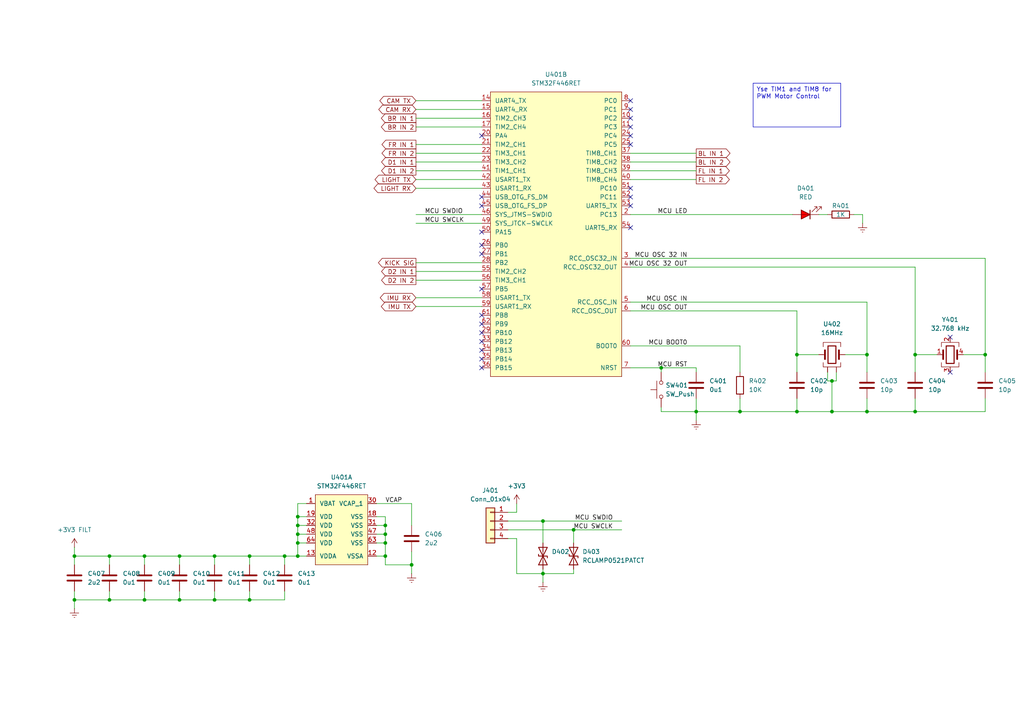
<source format=kicad_sch>
(kicad_sch (version 20231120) (generator "eeschema") (generator_version "8.0")
  (paper "A4")
  (lib_symbols
    (symbol "Connector_Generic:Conn_01x04" (pin_names (offset 1.016) hide)
      (property "Reference" "J" (at 0 5.08 0))
      (property "Value" "Conn_01x04" (at 0 -7.62 0))
      (symbol "Conn_01x04_1_1"
        (rectangle (start -1.27 -4.953) (end 0 -5.207) (stroke (width 0.1524)))
        (rectangle (start -1.27 -2.413) (end 0 -2.667) (stroke (width 0.1524)))
        (rectangle (start -1.27 0.127) (end 0 -0.127) (stroke (width 0.1524)))
        (rectangle (start -1.27 2.667) (end 0 2.413) (stroke (width 0.1524)))
        (rectangle (start -1.27 3.81) (end 1.27 -6.35) (stroke (width 0.254)) (fill (type background)))
        (pin passive line (at -5.08 2.54 0) (length 3.81) (name "Pin_1") (number "1"))
        (pin passive line (at -5.08 0 0) (length 3.81) (name "Pin_2") (number "2"))
        (pin passive line (at -5.08 -2.54 0) (length 3.81) (name "Pin_3") (number "3"))
        (pin passive line (at -5.08 -5.08 0) (length 3.81) (name "Pin_4") (number "4"))
      )
    )
    (symbol "Device:C" (pin_numbers hide) (pin_names (offset 0.254))
      (property "Reference" "C" (at 0.635 2.54 0))
      (property "Value" "C" (at 0.635 -2.54 0))
      (symbol "C_0_1"
        (polyline (pts (xy -2.032 -0.762) (xy 2.032 -0.762)) (stroke (width 0.508)))
        (polyline (pts (xy -2.032 0.762) (xy 2.032 0.762)) (stroke (width 0.508)))
      )
      (symbol "C_1_1"
        (pin passive line (at 0 3.81 270) (length 2.794) (name "~") (number "1"))
        (pin passive line (at 0 -3.81 90) (length 2.794) (name "~") (number "2"))
      )
    )
    (symbol "Device:Crystal_GND23" (pin_names (offset 1.016) hide)
      (property "Reference" "Y" (at 3.175 5.08 0))
      (property "Value" "Crystal_GND23" (at 3.175 3.175 0))
      (symbol "Crystal_GND23_0_1"
        (rectangle (start -1.143 2.54) (end 1.143 -2.54) (stroke (width 0.3048)))
        (polyline (pts (xy -2.54 0) (xy -2.032 0)))
        (polyline (pts (xy -2.032 -1.27) (xy -2.032 1.27)) (stroke (width 0.508)))
        (polyline (pts (xy 0 -3.81) (xy 0 -3.556)))
        (polyline (pts (xy 0 3.556) (xy 0 3.81)))
        (polyline (pts (xy 2.032 -1.27) (xy 2.032 1.27)) (stroke (width 0.508)))
        (polyline (pts (xy 2.032 0) (xy 2.54 0)))
        (polyline (pts (xy -2.54 -2.286) (xy -2.54 -3.556) (xy 2.54 -3.556) (xy 2.54 -2.286)))
        (polyline (pts (xy -2.54 2.286) (xy -2.54 3.556) (xy 2.54 3.556) (xy 2.54 2.286)))
      )
      (symbol "Crystal_GND23_1_1"
        (pin passive line (at -3.81 0 0) (length 1.27) (name "1") (number "1"))
        (pin passive line (at 0 5.08 270) (length 1.27) (name "2") (number "2"))
        (pin passive line (at 0 -5.08 90) (length 1.27) (name "3") (number "3"))
        (pin passive line (at 3.81 0 180) (length 1.27) (name "4") (number "4"))
      )
    )
    (symbol "Device:D_TVS" (pin_numbers hide) (pin_names (offset 1.016) hide)
      (property "Reference" "D" (at 0 2.54 0))
      (property "Value" "D_TVS" (at 0 -2.54 0))
      (symbol "D_TVS_0_1"
        (polyline (pts (xy 1.27 0) (xy -1.27 0)))
        (polyline (pts (xy 0.508 1.27) (xy 0 1.27) (xy 0 -1.27) (xy -0.508 -1.27)) (stroke (width 0.254)))
        (polyline (pts (xy -2.54 1.27) (xy -2.54 -1.27) (xy 2.54 1.27) (xy 2.54 -1.27) (xy -2.54 1.27)) (stroke (width 0.254)))
      )
      (symbol "D_TVS_1_1"
        (pin passive line (at -3.81 0 0) (length 2.54) (name "A1") (number "1"))
        (pin passive line (at 3.81 0 180) (length 2.54) (name "A2") (number "2"))
      )
    )
    (symbol "Device:LED" (pin_numbers hide) (pin_names (offset 1.016) hide)
      (property "Reference" "D201" (at 0 -7.62 0))
      (property "Value" "RED" (at 0 -5.08 0))
      (symbol "LED_0_1"
        (polyline (pts (xy -1.27 -1.27) (xy -1.27 1.27)) (stroke (width 0.254)))
        (polyline (pts (xy -1.27 0) (xy 1.27 0)))
        (polyline (pts (xy -3.048 -0.762) (xy -4.572 -2.286) (xy -3.81 -2.286) (xy -4.572 -2.286) (xy -4.572 -1.524)))
        (polyline (pts (xy -1.778 -0.762) (xy -3.302 -2.286) (xy -2.54 -2.286) (xy -3.302 -2.286) (xy -3.302 -1.524)))
      )
      (symbol "LED_1_1"
        (polyline (pts (xy 1.27 -1.27) (xy 1.27 1.27) (xy -1.27 0) (xy 1.27 -1.27)) (stroke (width 0.254)) (fill (type color) (color 255 0 0 1)))
        (pin passive line (at -3.81 0 0) (length 2.54) (name "K") (number "1"))
        (pin passive line (at 3.81 0 180) (length 2.54) (name "A") (number "2"))
      )
    )
    (symbol "Device:R" (pin_numbers hide) (pin_names (offset 0))
      (property "Reference" "R" (at 2.032 0 90))
      (property "Value" "R" (at 0 0 90))
      (symbol "R_0_1"
        (rectangle (start -1.016 -2.54) (end 1.016 2.54) (stroke (width 0.254)))
      )
      (symbol "R_1_1"
        (pin passive line (at 0 3.81 270) (length 1.27) (name "~") (number "1"))
        (pin passive line (at 0 -3.81 90) (length 1.27) (name "~") (number "2"))
      )
    )
    (symbol "STM32F446RE_1" (pin_names (offset 1.27))
      (property "Reference" "U" (at 0 3.302 0))
      (property "Value" "STM32F446RET" (at 0 1.27 0))
      (symbol "STM32F446RE_1_1_1"
        (rectangle (start -7.62 0) (end 7.62 -20.32) (fill (type background)))
        (pin power_in line (at -10.16 -2.54 0) (length 2.54) (name "VBAT") (number "1"))
        (pin power_in line (at 10.16 -17.78 180) (length 2.54) (name "VSSA") (number "12"))
        (pin power_in line (at -10.16 -17.78 0) (length 2.54) (name "VDDA") (number "13"))
        (pin power_in line (at 10.16 -6.35 180) (length 2.54) (name "VSS") (number "18"))
        (pin power_in line (at -10.16 -6.35 0) (length 2.54) (name "VDD") (number "19"))
        (pin power_out line (at 10.16 -2.54 180) (length 2.54) (name "VCAP_1") (number "30"))
        (pin passive line (at 10.16 -8.89 180) (length 2.54) (name "VSS") (number "31"))
        (pin power_in line (at -10.16 -8.89 0) (length 2.54) (name "VDD") (number "32"))
        (pin passive line (at 10.16 -11.43 180) (length 2.54) (name "VSS") (number "47"))
        (pin power_in line (at -10.16 -11.43 0) (length 2.54) (name "VDD") (number "48"))
        (pin passive line (at 10.16 -13.97 180) (length 2.54) (name "VSS") (number "63"))
        (pin power_in line (at -10.16 -13.97 0) (length 2.54) (name "VDD") (number "64"))
      )
      (symbol "STM32F446RE_1_2_1"
        (rectangle (start -19.05 0) (end 19.05 -82.55) (fill (type background)))
        (pin bidirectional line (at 21.59 -7.62 180) (length 2.54) (name "PC2") (number "10"))
        (pin bidirectional line (at 21.59 -10.16 180) (length 2.54) (name "PC3") (number "11"))
        (pin bidirectional line (at -21.59 -2.54 0) (length 2.54) (name "PA0") (number "14") (alternate "TIM2_CH1" bidirectional line) (alternate "UART4_TX" bidirectional line))
        (pin bidirectional line (at -21.59 -5.08 0) (length 2.54) (name "PA1") (number "15") (alternate "TIM2_CH2" bidirectional line) (alternate "UART4_RX" bidirectional line))
        (pin bidirectional line (at -21.59 -7.62 0) (length 2.54) (name "PA2") (number "16") (alternate "TIM2_CH3" bidirectional line))
        (pin bidirectional line (at -21.59 -10.16 0) (length 2.54) (name "PA3") (number "17") (alternate "TIM2_CH4" bidirectional line))
        (pin bidirectional line (at 21.59 -35.56 180) (length 2.54) (name "PC13") (number "2"))
        (pin bidirectional line (at -21.59 -12.7 0) (length 2.54) (name "PA4") (number "20"))
        (pin bidirectional line (at -21.59 -15.24 0) (length 2.54) (name "PA5") (number "21") (alternate "TIM2_CH1" bidirectional line))
        (pin bidirectional line (at -21.59 -17.78 0) (length 2.54) (name "PA6") (number "22") (alternate "TIM3_CH1" bidirectional line))
        (pin bidirectional line (at -21.59 -20.32 0) (length 2.54) (name "PA7") (number "23") (alternate "TIM3_CH2" bidirectional line))
        (pin bidirectional line (at 21.59 -12.7 180) (length 2.54) (name "PC4") (number "24"))
        (pin bidirectional line (at 21.59 -15.24 180) (length 2.54) (name "PC5") (number "25") (alternate "" input line) (alternate "" input line))
        (pin bidirectional line (at -21.59 -44.45 0) (length 2.54) (name "PB0") (number "26"))
        (pin bidirectional line (at -21.59 -46.99 0) (length 2.54) (name "PB1") (number "27"))
        (pin bidirectional line (at -21.59 -49.53 0) (length 2.54) (name "PB2") (number "28") (alternate "TIM2_CH4" bidirectional line))
        (pin bidirectional line (at -21.59 -69.85 0) (length 2.54) (name "PB10") (number "29") (alternate "" input line) (alternate "" input line) (alternate "TIM2_CH3" bidirectional line))
        (pin bidirectional line (at 21.59 -48.26 180) (length 2.54) (name "PC14") (number "3") (alternate "RCC_OSC32_IN" bidirectional line))
        (pin bidirectional line (at -21.59 -72.39 0) (length 2.54) (name "PB12") (number "33"))
        (pin bidirectional line (at -21.59 -74.93 0) (length 2.54) (name "PB13") (number "34"))
        (pin bidirectional line (at -21.59 -77.47 0) (length 2.54) (name "PB14") (number "35"))
        (pin bidirectional line (at -21.59 -80.01 0) (length 2.54) (name "PB15") (number "36"))
        (pin bidirectional line (at 21.59 -17.78 180) (length 2.54) (name "PC6") (number "37") (alternate "" input line) (alternate "TIM3_CH1" bidirectional line) (alternate "TIM8_CH1" bidirectional line))
        (pin bidirectional line (at 21.59 -20.32 180) (length 2.54) (name "PC7") (number "38") (alternate "" input line) (alternate "TIM3_CH2" bidirectional line) (alternate "TIM8_CH2" bidirectional line))
        (pin bidirectional line (at 21.59 -22.86 180) (length 2.54) (name "PC8") (number "39") (alternate "TIM8_CH3" bidirectional line))
        (pin bidirectional line (at 21.59 -50.8 180) (length 2.54) (name "PC15") (number "4") (alternate "RCC_OSC32_OUT" bidirectional line))
        (pin bidirectional line (at 21.59 -25.4 180) (length 2.54) (name "PC9") (number "40") (alternate "" input line) (alternate "TIM8_CH4" bidirectional line))
        (pin bidirectional line (at -21.59 -22.86 0) (length 2.54) (name "PA8") (number "41") (alternate "" input line) (alternate "TIM1_CH1" bidirectional line))
        (pin bidirectional line (at -21.59 -25.4 0) (length 2.54) (name "PA9") (number "42") (alternate "USART1_TX" bidirectional line))
        (pin bidirectional line (at -21.59 -27.94 0) (length 2.54) (name "PA10") (number "43") (alternate "USART1_RX" bidirectional line))
        (pin bidirectional line (at -21.59 -30.48 0) (length 2.54) (name "PA11") (number "44") (alternate "USB_OTG_FS_DM" bidirectional line))
        (pin bidirectional line (at -21.59 -33.02 0) (length 2.54) (name "PA12") (number "45") (alternate "USB_OTG_FS_DP" bidirectional line))
        (pin bidirectional line (at -21.59 -35.56 0) (length 2.54) (name "PA13") (number "46") (alternate "SYS_JTMS-SWDIO" bidirectional line))
        (pin bidirectional line (at -21.59 -38.1 0) (length 2.54) (name "PA14") (number "49") (alternate "SYS_JTCK-SWCLK" bidirectional line))
        (pin bidirectional line (at 21.59 -60.96 180) (length 2.54) (name "PH0") (number "5") (alternate "RCC_OSC_IN" bidirectional line))
        (pin bidirectional line (at -21.59 -40.64 0) (length 2.54) (name "PA15") (number "50") (alternate "TIM2_CH1" bidirectional line))
        (pin bidirectional line (at 21.59 -27.94 180) (length 2.54) (name "PC10") (number "51") (alternate "UART4_TX" bidirectional line))
        (pin bidirectional line (at 21.59 -30.48 180) (length 2.54) (name "PC11") (number "52") (alternate "UART4_RX" bidirectional line))
        (pin bidirectional line (at 21.59 -33.02 180) (length 2.54) (name "PC12") (number "53") (alternate "UART5_TX" bidirectional line))
        (pin bidirectional line (at 21.59 -39.37 180) (length 2.54) (name "PD2") (number "54") (alternate "UART5_RX" bidirectional line))
        (pin bidirectional line (at -21.59 -52.07 0) (length 2.54) (name "PB3") (number "55") (alternate "" input line) (alternate "TIM2_CH2" bidirectional line))
        (pin bidirectional line (at -21.59 -54.61 0) (length 2.54) (name "PB4") (number "56") (alternate "TIM3_CH1" bidirectional line))
        (pin bidirectional line (at -21.59 -57.15 0) (length 2.54) (name "PB5") (number "57") (alternate "TIM3_CH2" bidirectional line))
        (pin bidirectional line (at -21.59 -59.69 0) (length 2.54) (name "PB6") (number "58") (alternate "USART1_TX" bidirectional line))
        (pin bidirectional line (at -21.59 -62.23 0) (length 2.54) (name "PB7") (number "59") (alternate "USART1_RX" bidirectional line))
        (pin bidirectional line (at 21.59 -63.5 180) (length 2.54) (name "PH1") (number "6") (alternate "RCC_OSC_OUT" bidirectional line))
        (pin input line (at 21.59 -73.66 180) (length 2.54) (name "BOOT0") (number "60"))
        (pin bidirectional line (at -21.59 -64.77 0) (length 2.54) (name "PB8") (number "61") (alternate "TIM2_CH1" bidirectional line))
        (pin bidirectional line (at -21.59 -67.31 0) (length 2.54) (name "PB9") (number "62") (alternate "TIM2_CH2" bidirectional line))
        (pin bidirectional line (at 21.59 -80.01 180) (length 2.54) (name "NRST") (number "7"))
        (pin bidirectional line (at 21.59 -2.54 180) (length 2.54) (name "PC0") (number "8"))
        (pin bidirectional line (at 21.59 -5.08 180) (length 2.54) (name "PC1") (number "9"))
      )
    )
    (symbol "Switch:SW_Push" (pin_numbers hide) (pin_names (offset 1.016) hide)
      (property "Reference" "SW" (at 1.27 2.54 0))
      (property "Value" "SW_Push" (at 0 -1.524 0))
      (symbol "SW_Push_0_1"
        (circle (center -2.032 0) (radius 0.508))
        (polyline (pts (xy 0 1.27) (xy 0 3.048)))
        (polyline (pts (xy 2.54 1.27) (xy -2.54 1.27)))
        (circle (center 2.032 0) (radius 0.508))
        (pin passive line (at -5.08 0 0) (length 2.54) (name "1") (number "1"))
        (pin passive line (at 5.08 0 180) (length 2.54) (name "2") (number "2"))
      )
    )
    (symbol "power:+3V3" (power) (pin_numbers hide) (pin_names (offset 0) hide)
      (property "Value" "+3V3" (at 0 3.556 0))
      (symbol "+3V3_0_1"
        (polyline (pts (xy -0.762 1.27) (xy 0 2.54)))
        (polyline (pts (xy 0 0) (xy 0 2.54)))
        (polyline (pts (xy 0 2.54) (xy 0.762 1.27)))
      )
      (symbol "+3V3_1_1"
        (pin power_in line (at 0 0 90) (length 0) (name "~") (number "1"))
      )
    )
    (symbol "power:GNDREF" (power) (pin_numbers hide) (pin_names (offset 0) hide)
      (property "Value" "GNDREF" (at 0 -3.81 0))
      (symbol "GNDREF_0_1"
        (polyline (pts (xy -0.635 -1.905) (xy 0.635 -1.905)))
        (polyline (pts (xy -0.127 -2.54) (xy 0.127 -2.54)))
        (polyline (pts (xy 0 -1.27) (xy 0 0)))
        (polyline (pts (xy 1.27 -1.27) (xy -1.27 -1.27)))
      )
      (symbol "GNDREF_1_1"
        (pin power_in line (at 0 0 270) (length 0) (name "~") (number "1"))
      )
    )
    (symbol "vincent:Crystal_GND" (pin_numbers hide) (pin_names (offset 1.27) hide)
      (property "Reference" "U" (at 0 2.286 0))
      (property "Value" "Crystal_GND" (at 0 0.762 0))
      (symbol "Crystal_GND_0_1"
        (rectangle (start -1.143 -1.27) (end 1.143 -6.35) (stroke (width 0.3048)))
        (polyline (pts (xy -2.54 -3.81) (xy -2.032 -3.81)))
        (polyline (pts (xy -2.032 -5.08) (xy -2.032 -2.54)) (stroke (width 0.508)))
        (polyline (pts (xy -1.27 -7.62) (xy -1.27 -7.366)))
        (polyline (pts (xy 1.27 -7.366) (xy 1.27 -7.62)))
        (polyline (pts (xy 2.032 -5.08) (xy 2.032 -2.54)) (stroke (width 0.508)))
        (polyline (pts (xy 2.032 -3.81) (xy 2.54 -3.81)))
        (polyline (pts (xy -2.54 -6.096) (xy -2.54 -7.366) (xy 2.54 -7.366) (xy 2.54 -6.096)))
        (polyline (pts (xy -2.54 -1.524) (xy -2.54 -0.254) (xy 2.54 -0.254) (xy 2.54 -1.524)))
      )
      (symbol "Crystal_GND_1_1"
        (pin passive line (at -3.81 -3.81 0) (length 1.27) (name "1") (number "1"))
        (pin passive line (at -1.27 -8.89 90) (length 1.27) (name "2") (number "2"))
        (pin passive line (at 3.81 -3.81 180) (length 1.27) (name "3") (number "3"))
        (pin passive line (at 1.27 -8.89 90) (length 1.27) (name "4") (number "4"))
      )
    )
    (symbol "vincent:STM32F446RE" (pin_names (offset 1.27))
      (property "Reference" "U" (at 0 3.302 0))
      (property "Value" "STM32F446RET" (at 0 1.27 0))
      (symbol "STM32F446RE_1_1"
        (rectangle (start -7.62 0) (end 7.62 -20.32) (fill (type background)))
        (pin power_in line (at -10.16 -2.54 0) (length 2.54) (name "VBAT") (number "1"))
        (pin power_in line (at 10.16 -17.78 180) (length 2.54) (name "VSSA") (number "12"))
        (pin power_in line (at -10.16 -17.78 0) (length 2.54) (name "VDDA") (number "13"))
        (pin power_in line (at 10.16 -6.35 180) (length 2.54) (name "VSS") (number "18"))
        (pin power_in line (at -10.16 -6.35 0) (length 2.54) (name "VDD") (number "19"))
        (pin power_out line (at 10.16 -2.54 180) (length 2.54) (name "VCAP_1") (number "30"))
        (pin passive line (at 10.16 -8.89 180) (length 2.54) (name "VSS") (number "31"))
        (pin power_in line (at -10.16 -8.89 0) (length 2.54) (name "VDD") (number "32"))
        (pin passive line (at 10.16 -11.43 180) (length 2.54) (name "VSS") (number "47"))
        (pin power_in line (at -10.16 -11.43 0) (length 2.54) (name "VDD") (number "48"))
        (pin passive line (at 10.16 -13.97 180) (length 2.54) (name "VSS") (number "63"))
        (pin power_in line (at -10.16 -13.97 0) (length 2.54) (name "VDD") (number "64"))
      )
      (symbol "STM32F446RE_2_1"
        (rectangle (start -12.7 0) (end 12.7 -82.55) (fill (type background)))
        (pin bidirectional line (at 15.24 -7.62 180) (length 2.54) (name "PC2") (number "10"))
        (pin bidirectional line (at 15.24 -10.16 180) (length 2.54) (name "PC3") (number "11"))
        (pin bidirectional line (at -15.24 -2.54 0) (length 2.54) (name "PA0") (number "14") (alternate "TIM2_CH1" bidirectional line) (alternate "UART4_TX" bidirectional line))
        (pin bidirectional line (at -15.24 -5.08 0) (length 2.54) (name "PA1") (number "15") (alternate "TIM2_CH2" bidirectional line) (alternate "UART4_RX" bidirectional line))
        (pin bidirectional line (at -15.24 -7.62 0) (length 2.54) (name "PA2") (number "16") (alternate "TIM2_CH3" bidirectional line))
        (pin bidirectional line (at -15.24 -10.16 0) (length 2.54) (name "PA3") (number "17") (alternate "TIM2_CH4" bidirectional line))
        (pin bidirectional line (at 15.24 -35.56 180) (length 2.54) (name "PC13") (number "2"))
        (pin bidirectional line (at -15.24 -12.7 0) (length 2.54) (name "PA4") (number "20"))
        (pin bidirectional line (at -15.24 -15.24 0) (length 2.54) (name "PA5") (number "21") (alternate "TIM2_CH1" bidirectional line))
        (pin bidirectional line (at -15.24 -17.78 0) (length 2.54) (name "PA6") (number "22") (alternate "TIM3_CH1" bidirectional line))
        (pin bidirectional line (at -15.24 -20.32 0) (length 2.54) (name "PA7") (number "23") (alternate "TIM3_CH2" bidirectional line))
        (pin bidirectional line (at 15.24 -12.7 180) (length 2.54) (name "PC4") (number "24"))
        (pin bidirectional line (at 15.24 -15.24 180) (length 2.54) (name "PC5") (number "25"))
        (pin bidirectional line (at -15.24 -44.45 0) (length 2.54) (name "PB0") (number "26"))
        (pin bidirectional line (at -15.24 -46.99 0) (length 2.54) (name "PB1") (number "27"))
        (pin bidirectional line (at -15.24 -49.53 0) (length 2.54) (name "PB2") (number "28") (alternate "TIM2_CH4" bidirectional line))
        (pin bidirectional line (at -15.24 -69.85 0) (length 2.54) (name "PB10") (number "29") (alternate "TIM2_CH3" bidirectional line))
        (pin bidirectional line (at 15.24 -72.39 180) (length 2.54) (name "PC14") (number "3") (alternate "RCC_OSC32_IN" bidirectional line))
        (pin bidirectional line (at -15.24 -72.39 0) (length 2.54) (name "PB12") (number "33"))
        (pin bidirectional line (at -15.24 -74.93 0) (length 2.54) (name "PB13") (number "34"))
        (pin bidirectional line (at -15.24 -77.47 0) (length 2.54) (name "PB14") (number "35"))
        (pin bidirectional line (at -15.24 -80.01 0) (length 2.54) (name "PB15") (number "36"))
        (pin bidirectional line (at 15.24 -17.78 180) (length 2.54) (name "PC6") (number "37") (alternate "TIM3_CH1" bidirectional line) (alternate "TIM8_CH1" bidirectional line))
        (pin bidirectional line (at 15.24 -20.32 180) (length 2.54) (name "PC7") (number "38") (alternate "TIM3_CH2" bidirectional line) (alternate "TIM8_CH2" bidirectional line))
        (pin bidirectional line (at 15.24 -22.86 180) (length 2.54) (name "PC8") (number "39") (alternate "TIM8_CH3" bidirectional line))
        (pin bidirectional line (at 15.24 -69.85 180) (length 2.54) (name "PC15") (number "4") (alternate "RCC_OSC32_OUT" bidirectional line))
        (pin bidirectional line (at 15.24 -25.4 180) (length 2.54) (name "PC9") (number "40") (alternate "TIM8_CH4" bidirectional line))
        (pin bidirectional line (at -15.24 -22.86 0) (length 2.54) (name "PA8") (number "41") (alternate "TIM1_CH1" bidirectional line))
        (pin bidirectional line (at -15.24 -25.4 0) (length 2.54) (name "PA9") (number "42") (alternate "USART1_TX" bidirectional line))
        (pin bidirectional line (at -15.24 -27.94 0) (length 2.54) (name "PA10") (number "43") (alternate "USART1_RX" bidirectional line))
        (pin bidirectional line (at -15.24 -30.48 0) (length 2.54) (name "PA11") (number "44") (alternate "USB_OTG_FS_DM" bidirectional line))
        (pin bidirectional line (at -15.24 -33.02 0) (length 2.54) (name "PA12") (number "45") (alternate "USB_OTG_FS_DP" bidirectional line))
        (pin bidirectional line (at -15.24 -35.56 0) (length 2.54) (name "PA13") (number "46") (alternate "SYS_JTMS-SWDIO" bidirectional line))
        (pin bidirectional line (at -15.24 -38.1 0) (length 2.54) (name "PA14") (number "49") (alternate "SYS_JTCK-SWCLK" bidirectional line))
        (pin bidirectional line (at 15.24 -66.04 180) (length 2.54) (name "PH0") (number "5") (alternate "RCC_OSC_IN" bidirectional line))
        (pin bidirectional line (at -15.24 -40.64 0) (length 2.54) (name "PA15") (number "50") (alternate "TIM2_CH1" bidirectional line))
        (pin bidirectional line (at 15.24 -27.94 180) (length 2.54) (name "PC10") (number "51") (alternate "UART4_TX" bidirectional line))
        (pin bidirectional line (at 15.24 -30.48 180) (length 2.54) (name "PC11") (number "52") (alternate "UART4_RX" bidirectional line))
        (pin bidirectional line (at 15.24 -33.02 180) (length 2.54) (name "PC12") (number "53") (alternate "UART5_TX" bidirectional line))
        (pin bidirectional line (at 15.24 -39.37 180) (length 2.54) (name "PD2") (number "54") (alternate "UART5_RX" bidirectional line))
        (pin bidirectional line (at -15.24 -52.07 0) (length 2.54) (name "PB3") (number "55") (alternate "TIM2_CH2" bidirectional line))
        (pin bidirectional line (at -15.24 -54.61 0) (length 2.54) (name "PB4") (number "56") (alternate "TIM3_CH1" bidirectional line))
        (pin bidirectional line (at -15.24 -57.15 0) (length 2.54) (name "PB5") (number "57") (alternate "TIM3_CH2" bidirectional line))
        (pin bidirectional line (at -15.24 -59.69 0) (length 2.54) (name "PB6") (number "58") (alternate "USART1_TX" bidirectional line))
        (pin bidirectional line (at -15.24 -62.23 0) (length 2.54) (name "PB7") (number "59") (alternate "USART1_RX" bidirectional line))
        (pin bidirectional line (at 15.24 -63.5 180) (length 2.54) (name "PH1") (number "6") (alternate "RCC_OSC_OUT" bidirectional line))
        (pin input line (at 15.24 -76.2 180) (length 2.54) (name "BOOT0") (number "60"))
        (pin bidirectional line (at -15.24 -64.77 0) (length 2.54) (name "PB8") (number "61") (alternate "TIM2_CH1" bidirectional line))
        (pin bidirectional line (at -15.24 -67.31 0) (length 2.54) (name "PB9") (number "62") (alternate "TIM2_CH2" bidirectional line))
        (pin input line (at 15.24 -80.01 180) (length 2.54) (name "NRST") (number "7"))
        (pin bidirectional line (at 15.24 -2.54 180) (length 2.54) (name "PC0") (number "8"))
        (pin bidirectional line (at 15.24 -5.08 180) (length 2.54) (name "PC1") (number "9"))
      )
    )
  )
  (junction (at 231.14 102.87))
  (junction (at 86.36 157.48))
  (junction (at 285.75 102.87))
  (junction (at 86.36 161.29))
  (junction (at 119.38 163.83))
  (junction (at 72.39 161.29))
  (junction (at 52.07 173.99))
  (junction (at 157.48 166.37))
  (junction (at 241.3 110.49))
  (junction (at 157.48 151.13))
  (junction (at 111.76 161.29))
  (junction (at 265.43 102.87))
  (junction (at 201.93 119.38))
  (junction (at 21.59 173.99))
  (junction (at 265.43 119.38))
  (junction (at 214.63 119.38))
  (junction (at 111.76 157.48))
  (junction (at 111.76 152.4))
  (junction (at 191.77 106.68))
  (junction (at 62.23 173.99))
  (junction (at 31.75 161.29))
  (junction (at 86.36 149.86))
  (junction (at 31.75 173.99))
  (junction (at 41.91 161.29))
  (junction (at 251.46 119.38))
  (junction (at 86.36 154.94))
  (junction (at 62.23 161.29))
  (junction (at 82.55 161.29))
  (junction (at 251.46 102.87))
  (junction (at 72.39 173.99))
  (junction (at 111.76 154.94))
  (junction (at 241.3 119.38))
  (junction (at 21.59 161.29))
  (junction (at 52.07 161.29))
  (junction (at 86.36 152.4))
  (junction (at 166.37 153.67))
  (junction (at 231.14 119.38))
  (junction (at 41.91 173.99))
  (no_connect (at 182.88 39.37))
  (no_connect (at 139.7 106.68))
  (no_connect (at 182.88 57.15))
  (no_connect (at 139.7 71.12))
  (no_connect (at 139.7 91.44))
  (no_connect (at 139.7 96.52))
  (no_connect (at 182.88 59.69))
  (no_connect (at 139.7 39.37))
  (no_connect (at 182.88 29.21))
  (no_connect (at 139.7 101.6))
  (no_connect (at 139.7 83.82))
  (no_connect (at 182.88 31.75))
  (no_connect (at 139.7 57.15))
  (no_connect (at 139.7 67.31))
  (no_connect (at 139.7 93.98))
  (no_connect (at 182.88 54.61))
  (no_connect (at 275.59 107.95))
  (no_connect (at 139.7 73.66))
  (no_connect (at 139.7 104.14))
  (no_connect (at 182.88 36.83))
  (no_connect (at 182.88 34.29))
  (no_connect (at 275.59 97.79))
  (no_connect (at 182.88 66.04))
  (no_connect (at 182.88 41.91))
  (no_connect (at 139.7 99.06))
  (no_connect (at 139.7 59.69))
  (wire (pts (xy 182.88 46.99) (xy 201.93 46.99)))
  (wire (pts (xy 21.59 161.29) (xy 21.59 163.83)))
  (wire (pts (xy 182.88 106.68) (xy 191.77 106.68)))
  (wire (pts (xy 231.14 90.17) (xy 231.14 102.87)))
  (wire (pts (xy 247.65 62.23) (xy 250.19 62.23)))
  (wire (pts (xy 149.86 156.21) (xy 149.86 166.37)))
  (wire (pts (xy 62.23 173.99) (xy 72.39 173.99)))
  (wire (pts (xy 157.48 166.37) (xy 157.48 168.91)))
  (wire (pts (xy 120.65 31.75) (xy 139.7 31.75)))
  (wire (pts (xy 182.88 52.07) (xy 201.93 52.07)))
  (wire (pts (xy 41.91 171.45) (xy 41.91 173.99)))
  (wire (pts (xy 86.36 154.94) (xy 88.9 154.94)))
  (wire (pts (xy 182.88 100.33) (xy 214.63 100.33)))
  (wire (pts (xy 191.77 106.68) (xy 191.77 107.95)))
  (wire (pts (xy 86.36 157.48) (xy 86.36 161.29)))
  (wire (pts (xy 109.22 157.48) (xy 111.76 157.48)))
  (wire (pts (xy 251.46 119.38) (xy 265.43 119.38)))
  (wire (pts (xy 241.3 110.49) (xy 241.3 119.38)))
  (wire (pts (xy 41.91 161.29) (xy 41.91 163.83)))
  (wire (pts (xy 251.46 102.87) (xy 251.46 107.95)))
  (wire (pts (xy 62.23 161.29) (xy 62.23 163.83)))
  (wire (pts (xy 182.88 87.63) (xy 251.46 87.63)))
  (wire (pts (xy 86.36 149.86) (xy 86.36 152.4)))
  (wire (pts (xy 109.22 152.4) (xy 111.76 152.4)))
  (wire (pts (xy 21.59 171.45) (xy 21.59 173.99)))
  (wire (pts (xy 214.63 100.33) (xy 214.63 107.95)))
  (wire (pts (xy 241.3 110.49) (xy 242.57 110.49)))
  (wire (pts (xy 21.59 161.29) (xy 31.75 161.29)))
  (wire (pts (xy 147.32 156.21) (xy 149.86 156.21)))
  (wire (pts (xy 111.76 152.4) (xy 111.76 154.94)))
  (wire (pts (xy 82.55 161.29) (xy 82.55 163.83)))
  (wire (pts (xy 237.49 62.23) (xy 240.03 62.23)))
  (wire (pts (xy 62.23 161.29) (xy 72.39 161.29)))
  (wire (pts (xy 120.65 81.28) (xy 139.7 81.28)))
  (wire (pts (xy 157.48 165.1) (xy 157.48 166.37)))
  (wire (pts (xy 279.4 102.87) (xy 285.75 102.87)))
  (wire (pts (xy 88.9 146.05) (xy 86.36 146.05)))
  (wire (pts (xy 111.76 161.29) (xy 111.76 163.83)))
  (wire (pts (xy 109.22 154.94) (xy 111.76 154.94)))
  (wire (pts (xy 201.93 106.68) (xy 201.93 107.95)))
  (wire (pts (xy 231.14 102.87) (xy 237.49 102.87)))
  (wire (pts (xy 149.86 146.05) (xy 149.86 148.59)))
  (wire (pts (xy 120.65 36.83) (xy 139.7 36.83)))
  (wire (pts (xy 120.65 52.07) (xy 139.7 52.07)))
  (wire (pts (xy 120.65 44.45) (xy 139.7 44.45)))
  (wire (pts (xy 41.91 173.99) (xy 52.07 173.99)))
  (wire (pts (xy 31.75 161.29) (xy 41.91 161.29)))
  (wire (pts (xy 109.22 161.29) (xy 111.76 161.29)))
  (wire (pts (xy 201.93 119.38) (xy 214.63 119.38)))
  (wire (pts (xy 31.75 161.29) (xy 31.75 163.83)))
  (wire (pts (xy 265.43 77.47) (xy 182.88 77.47)))
  (wire (pts (xy 120.65 86.36) (xy 139.7 86.36)))
  (wire (pts (xy 86.36 149.86) (xy 88.9 149.86)))
  (wire (pts (xy 82.55 171.45) (xy 82.55 173.99)))
  (wire (pts (xy 21.59 173.99) (xy 21.59 176.53)))
  (wire (pts (xy 52.07 173.99) (xy 62.23 173.99)))
  (wire (pts (xy 147.32 148.59) (xy 149.86 148.59)))
  (wire (pts (xy 157.48 151.13) (xy 157.48 157.48)))
  (wire (pts (xy 139.7 62.23) (xy 120.65 62.23)))
  (wire (pts (xy 52.07 161.29) (xy 62.23 161.29)))
  (wire (pts (xy 111.76 154.94) (xy 111.76 157.48)))
  (wire (pts (xy 285.75 102.87) (xy 285.75 107.95)))
  (wire (pts (xy 214.63 115.57) (xy 214.63 119.38)))
  (wire (pts (xy 82.55 161.29) (xy 86.36 161.29)))
  (wire (pts (xy 201.93 115.57) (xy 201.93 119.38)))
  (wire (pts (xy 285.75 115.57) (xy 285.75 119.38)))
  (wire (pts (xy 240.03 107.95) (xy 240.03 110.49)))
  (wire (pts (xy 250.19 62.23) (xy 250.19 64.77)))
  (wire (pts (xy 120.65 76.2) (xy 139.7 76.2)))
  (wire (pts (xy 111.76 163.83) (xy 119.38 163.83)))
  (wire (pts (xy 214.63 119.38) (xy 231.14 119.38)))
  (wire (pts (xy 41.91 161.29) (xy 52.07 161.29)))
  (wire (pts (xy 251.46 87.63) (xy 251.46 102.87)))
  (wire (pts (xy 21.59 173.99) (xy 31.75 173.99)))
  (wire (pts (xy 111.76 157.48) (xy 111.76 161.29)))
  (wire (pts (xy 265.43 77.47) (xy 265.43 102.87)))
  (wire (pts (xy 166.37 153.67) (xy 180.34 153.67)))
  (wire (pts (xy 119.38 163.83) (xy 119.38 166.37)))
  (wire (pts (xy 21.59 158.75) (xy 21.59 161.29)))
  (wire (pts (xy 182.88 90.17) (xy 231.14 90.17)))
  (wire (pts (xy 240.03 110.49) (xy 241.3 110.49)))
  (wire (pts (xy 52.07 171.45) (xy 52.07 173.99)))
  (wire (pts (xy 191.77 118.11) (xy 191.77 119.38)))
  (wire (pts (xy 157.48 151.13) (xy 180.34 151.13)))
  (wire (pts (xy 120.65 41.91) (xy 139.7 41.91)))
  (wire (pts (xy 72.39 171.45) (xy 72.39 173.99)))
  (wire (pts (xy 182.88 49.53) (xy 201.93 49.53)))
  (wire (pts (xy 86.36 146.05) (xy 86.36 149.86)))
  (wire (pts (xy 265.43 115.57) (xy 265.43 119.38)))
  (wire (pts (xy 120.65 88.9) (xy 139.7 88.9)))
  (wire (pts (xy 231.14 119.38) (xy 241.3 119.38)))
  (wire (pts (xy 109.22 146.05) (xy 119.38 146.05)))
  (wire (pts (xy 166.37 166.37) (xy 166.37 165.1)))
  (wire (pts (xy 119.38 160.02) (xy 119.38 163.83)))
  (wire (pts (xy 72.39 161.29) (xy 72.39 163.83)))
  (wire (pts (xy 111.76 149.86) (xy 111.76 152.4)))
  (wire (pts (xy 242.57 110.49) (xy 242.57 107.95)))
  (wire (pts (xy 120.65 49.53) (xy 139.7 49.53)))
  (wire (pts (xy 119.38 146.05) (xy 119.38 152.4)))
  (wire (pts (xy 245.11 102.87) (xy 251.46 102.87)))
  (wire (pts (xy 120.65 29.21) (xy 139.7 29.21)))
  (wire (pts (xy 241.3 119.38) (xy 251.46 119.38)))
  (wire (pts (xy 231.14 102.87) (xy 231.14 107.95)))
  (wire (pts (xy 109.22 149.86) (xy 111.76 149.86)))
  (wire (pts (xy 157.48 166.37) (xy 166.37 166.37)))
  (wire (pts (xy 285.75 74.93) (xy 182.88 74.93)))
  (wire (pts (xy 86.36 157.48) (xy 88.9 157.48)))
  (wire (pts (xy 120.65 78.74) (xy 139.7 78.74)))
  (wire (pts (xy 139.7 46.99) (xy 120.65 46.99)))
  (wire (pts (xy 62.23 171.45) (xy 62.23 173.99)))
  (wire (pts (xy 182.88 44.45) (xy 201.93 44.45)))
  (wire (pts (xy 149.86 166.37) (xy 157.48 166.37)))
  (wire (pts (xy 191.77 119.38) (xy 201.93 119.38)))
  (wire (pts (xy 265.43 102.87) (xy 265.43 107.95)))
  (wire (pts (xy 139.7 64.77) (xy 120.65 64.77)))
  (wire (pts (xy 120.65 34.29) (xy 139.7 34.29)))
  (wire (pts (xy 265.43 102.87) (xy 271.78 102.87)))
  (wire (pts (xy 120.65 54.61) (xy 139.7 54.61)))
  (wire (pts (xy 231.14 115.57) (xy 231.14 119.38)))
  (wire (pts (xy 31.75 173.99) (xy 41.91 173.99)))
  (wire (pts (xy 72.39 173.99) (xy 82.55 173.99)))
  (wire (pts (xy 265.43 119.38) (xy 285.75 119.38)))
  (wire (pts (xy 251.46 115.57) (xy 251.46 119.38)))
  (wire (pts (xy 52.07 161.29) (xy 52.07 163.83)))
  (wire (pts (xy 285.75 102.87) (xy 285.75 74.93)))
  (wire (pts (xy 147.32 153.67) (xy 166.37 153.67)))
  (wire (pts (xy 86.36 152.4) (xy 88.9 152.4)))
  (wire (pts (xy 86.36 161.29) (xy 88.9 161.29)))
  (wire (pts (xy 182.88 62.23) (xy 229.87 62.23)))
  (wire (pts (xy 86.36 154.94) (xy 86.36 157.48)))
  (wire (pts (xy 72.39 161.29) (xy 82.55 161.29)))
  (wire (pts (xy 86.36 152.4) (xy 86.36 154.94)))
  (wire (pts (xy 31.75 171.45) (xy 31.75 173.99)))
  (wire (pts (xy 191.77 106.68) (xy 201.93 106.68)))
  (wire (pts (xy 147.32 151.13) (xy 157.48 151.13)))
  (wire (pts (xy 201.93 119.38) (xy 201.93 121.92)))
  (wire (pts (xy 166.37 153.67) (xy 166.37 157.48)))
  (text_box "Yse TIM1 and TIM8 for PWM Motor Control" (at 218.44 24.13 0) (size 25.4 12.7) (effects (font (size 1.27 1.27)) (justify left top)))
  (label "MCU RST" (at 199.39 106.68 180))
  (label "VCAP" (at 111.76 146.05 0))
  (label "MCU OSC IN" (at 199.39 87.63 180))
  (label "MCU SWCLK" (at 177.8 153.67 180))
  (label "MCU OSC 32 OUT" (at 199.39 77.47 180))
  (label "MCU LED" (at 199.39 62.23 180))
  (label "MCU OSC 32 IN" (at 199.39 74.93 180))
  (label "MCU SWDIO" (at 123.19 62.23 0))
  (label "MCU OSC OUT" (at 199.39 90.17 180))
  (label "MCU SWCLK" (at 123.19 64.77 0))
  (label "MCU SWDIO" (at 177.8 151.13 180))
  (label "MCU BOOT0" (at 199.39 100.33 180))
  (global_label "IMU TX" (shape bidirectional) (at 120.65 88.9 180) (property "Intersheetrefs" "${INTERSHEET_REFS}" (effects (hide yes))))
  (global_label "D2 IN 2" (shape output) (at 120.65 81.28 180) (property "Intersheetrefs" "${INTERSHEET_REFS}" (effects (hide yes))))
  (global_label "FR IN 2" (shape output) (at 120.65 44.45 180) (property "Intersheetrefs" "${INTERSHEET_REFS}" (effects (hide yes))))
  (global_label "LIGHT RX" (shape bidirectional) (at 120.65 54.61 180) (property "Intersheetrefs" "${INTERSHEET_REFS}" (effects (hide yes))))
  (global_label "IMU RX" (shape bidirectional) (at 120.65 86.36 180) (property "Intersheetrefs" "${INTERSHEET_REFS}" (effects (hide yes))))
  (global_label "BR IN 2" (shape output) (at 120.65 36.83 180) (property "Intersheetrefs" "${INTERSHEET_REFS}" (effects (hide yes))))
  (global_label "FL IN 2" (shape output) (at 201.93 52.07 0) (property "Intersheetrefs" "${INTERSHEET_REFS}" (effects (hide yes))))
  (global_label "BL IN 2" (shape output) (at 201.93 46.99 0) (property "Intersheetrefs" "${INTERSHEET_REFS}" (effects (hide yes))))
  (global_label "BR IN 1" (shape output) (at 120.65 34.29 180) (property "Intersheetrefs" "${INTERSHEET_REFS}" (effects (hide yes))))
  (global_label "BL IN 1" (shape output) (at 201.93 44.45 0) (property "Intersheetrefs" "${INTERSHEET_REFS}" (effects (hide yes))))
  (global_label "CAM TX" (shape bidirectional) (at 120.65 29.21 180) (property "Intersheetrefs" "${INTERSHEET_REFS}" (effects (hide yes))))
  (global_label "FR IN 1" (shape output) (at 120.65 41.91 180) (property "Intersheetrefs" "${INTERSHEET_REFS}" (effects (hide yes))))
  (global_label "CAM RX" (shape bidirectional) (at 120.65 31.75 180) (property "Intersheetrefs" "${INTERSHEET_REFS}" (effects (hide yes))))
  (global_label "D2 IN 1" (shape output) (at 120.65 78.74 180) (property "Intersheetrefs" "${INTERSHEET_REFS}" (effects (hide yes))))
  (global_label "D1 IN 1" (shape output) (at 120.65 46.99 180) (property "Intersheetrefs" "${INTERSHEET_REFS}" (effects (hide yes))))
  (global_label "KICK SIG" (shape output) (at 120.65 76.2 180) (property "Intersheetrefs" "${INTERSHEET_REFS}" (effects (hide yes))))
  (global_label "LIGHT TX" (shape bidirectional) (at 120.65 52.07 180) (property "Intersheetrefs" "${INTERSHEET_REFS}" (effects (hide yes))))
  (global_label "FL IN 1" (shape output) (at 201.93 49.53 0) (property "Intersheetrefs" "${INTERSHEET_REFS}" (effects (hide yes))))
  (global_label "D1 IN 2" (shape output) (at 120.65 49.53 180) (property "Intersheetrefs" "${INTERSHEET_REFS}" (effects (hide yes))))
  (symbol (lib_id "power:GNDREF") (at 21.59 176.53 0) (unit 1)
    (property "Reference" "#PWR0407" (effects (hide yes)))
    (property "Value" "GNDREF" (effects (hide yes)))
    (property "Description" "Power symbol creates a global label with name \"GNDREF\" , reference supply ground" (effects (hide yes)))
  )
  (symbol (lib_id "vincent:STM32F446RE") (at 99.06 143.51 0) (unit 1)
    (property "Reference" "U401" (at 99.06 138.43 0))
    (property "Value" "STM32F446RET" (at 99.06 140.97 0))
    (property "Footprint" "Package_QFP:LQFP-64_10x10mm_P0.5mm" (effects (hide yes)))
  )
  (symbol (lib_id "Device:Crystal_GND23") (at 275.59 102.87 0) (unit 1)
    (property "Reference" "Y401" (at 275.59 92.71 0))
    (property "Value" "32.768 kHz" (at 275.59 95.25 0))
    (property "Footprint" "Library:830003000" (effects (hide yes)))
    (property "Datasheet" "https://www.we-online.com/components/products/datasheet/830003000.pdf" (effects (hide yes)))
    (property "Description" "Four pin crystal, GND on pins 2 and 3" (effects (hide yes)))
  )
  (symbol (lib_id "power:GNDREF") (at 119.38 166.37 0) (unit 1)
    (property "Reference" "#PWR0405" (effects (hide yes)))
    (property "Value" "GNDREF" (effects (hide yes)))
    (property "Description" "Power symbol creates a global label with name \"GNDREF\" , reference supply ground" (effects (hide yes)))
  )
  (symbol (lib_id "Device:C") (at 82.55 167.64 0) (unit 1)
    (property "Reference" "C413" (at 86.36 166.3699 0) (effects (justify left)))
    (property "Value" "0u1" (at 86.36 168.9099 0) (effects (justify left)))
    (property "Footprint" "Library:cap0603" (effects (hide yes)))
    (property "Description" "Unpolarized capacitor" (effects (hide yes)))
  )
  (symbol (lib_id "Device:C") (at 62.23 167.64 0) (unit 1)
    (property "Reference" "C411" (at 66.04 166.3699 0) (effects (justify left)))
    (property "Value" "0u1" (at 66.04 168.9099 0) (effects (justify left)))
    (property "Footprint" "Library:cap0603" (effects (hide yes)))
    (property "Description" "Unpolarized capacitor" (effects (hide yes)))
  )
  (symbol (lib_id "Connector_Generic:Conn_01x04") (at 142.24 151.13 0) (mirror y) (unit 1)
    (property "Reference" "J401" (at 142.24 142.24 0))
    (property "Value" "Conn_01x04" (at 142.24 144.78 0))
    (property "Footprint" "Connector_JST:JST_XH_B4B-XH-A_1x04_P2.50mm_Vertical" (effects (hide yes)))
    (property "Description" "Generic connector, single row, 01x04, script generated (kicad-library-utils/schlib/autogen/connector/)" (effects (hide yes)))
  )
  (symbol (lib_id "Device:C") (at 285.75 111.76 0) (unit 1)
    (property "Reference" "C405" (at 289.56 110.4899 0) (effects (justify left)))
    (property "Value" "10p" (at 289.56 113.0299 0) (effects (justify left)))
    (property "Footprint" "Library:cap0603" (effects (hide yes)))
    (property "Description" "Unpolarized capacitor" (effects (hide yes)))
  )
  (symbol (lib_id "Device:C") (at 265.43 111.76 0) (unit 1)
    (property "Reference" "C404" (at 269.24 110.4899 0) (effects (justify left)))
    (property "Value" "10p" (at 269.24 113.0299 0) (effects (justify left)))
    (property "Footprint" "Library:cap0603" (effects (hide yes)))
    (property "Description" "Unpolarized capacitor" (effects (hide yes)))
  )
  (symbol (lib_id "power:GNDREF") (at 250.19 64.77 0) (unit 1)
    (property "Reference" "#PWR0401" (effects (hide yes)))
    (property "Value" "GNDREF" (effects (hide yes)))
    (property "Description" "Power symbol creates a global label with name \"GNDREF\" , reference supply ground" (effects (hide yes)))
  )
  (symbol (lib_id "Device:R") (at 243.84 62.23 90) (unit 1)
    (property "Reference" "R401" (at 243.84 59.69 90))
    (property "Value" "1K" (at 243.84 62.23 90))
    (property "Footprint" "Library:res0603" (effects (hide yes)))
    (property "Description" "Resistor" (effects (hide yes)))
  )
  (symbol (lib_id "Device:C") (at 231.14 111.76 0) (unit 1)
    (property "Reference" "C402" (at 234.95 110.4899 0) (effects (justify left)))
    (property "Value" "10p" (at 234.95 113.0299 0) (effects (justify left)))
    (property "Footprint" "Library:cap0603" (effects (hide yes)))
    (property "Description" "Unpolarized capacitor" (effects (hide yes)))
  )
  (symbol (lib_id "Device:C") (at 72.39 167.64 0) (unit 1)
    (property "Reference" "C412" (at 76.2 166.3699 0) (effects (justify left)))
    (property "Value" "0u1" (at 76.2 168.9099 0) (effects (justify left)))
    (property "Footprint" "Library:cap0603" (effects (hide yes)))
    (property "Description" "Unpolarized capacitor" (effects (hide yes)))
  )
  (symbol (lib_id "Device:C") (at 41.91 167.64 0) (unit 1)
    (property "Reference" "C409" (at 45.72 166.3699 0) (effects (justify left)))
    (property "Value" "0u1" (at 45.72 168.9099 0) (effects (justify left)))
    (property "Footprint" "Library:cap0603" (effects (hide yes)))
    (property "Description" "Unpolarized capacitor" (effects (hide yes)))
  )
  (symbol (lib_id "Device:C") (at 52.07 167.64 0) (unit 1)
    (property "Reference" "C410" (at 55.88 166.3699 0) (effects (justify left)))
    (property "Value" "0u1" (at 55.88 168.9099 0) (effects (justify left)))
    (property "Footprint" "Library:cap0603" (effects (hide yes)))
    (property "Description" "Unpolarized capacitor" (effects (hide yes)))
  )
  (symbol (lib_id "Device:R") (at 214.63 111.76 0) (unit 1)
    (property "Reference" "R402" (at 217.17 110.4899 0) (effects (justify left)))
    (property "Value" "10K" (at 217.17 113.0299 0) (effects (justify left)))
    (property "Footprint" "Library:res0603" (effects (hide yes)))
    (property "Description" "Resistor" (effects (hide yes)))
  )
  (symbol (lib_id "Device:LED") (at 233.68 62.23 180) (unit 1)
    (property "Reference" "D401" (at 233.68 54.61 0))
    (property "Value" "RED" (at 233.68 57.15 0))
    (property "Footprint" "Library:led0603" (effects (hide yes)))
    (property "Description" "Light emitting diode" (effects (hide yes)))
  )
  (symbol (lib_id "Switch:SW_Push") (at 191.77 113.03 90) (unit 1)
    (property "Reference" "SW401" (at 193.04 111.7599 90) (effects (justify right)))
    (property "Value" "SW_Push" (at 193.04 114.2999 90) (effects (justify right)))
    (property "Footprint" "Library:SW_PUSH_SPST" (effects (hide yes)))
    (property "Description" "Push button switch, generic, two pins" (effects (hide yes)))
  )
  (symbol (lib_id "power:GNDREF") (at 157.48 168.91 0) (unit 1)
    (property "Reference" "#PWR0406" (effects (hide yes)))
    (property "Value" "GNDREF" (effects (hide yes)))
    (property "Description" "Power symbol creates a global label with name \"GNDREF\" , reference supply ground" (effects (hide yes)))
  )
  (symbol (lib_name "STM32F446RE_1") (lib_id "vincent:STM32F446RE") (at 161.29 26.67 0) (unit 2)
    (property "Reference" "U401" (at 161.29 21.59 0))
    (property "Value" "STM32F446RET" (at 161.29 24.13 0))
    (property "Footprint" "Package_QFP:LQFP-64_10x10mm_P0.5mm" (effects (hide yes)))
    (pin "21" (alternate "TIM2_CH1"))
    (pin "22" (alternate "TIM3_CH1"))
    (pin "23" (alternate "TIM3_CH2"))
    (pin "37" (alternate "TIM8_CH1"))
    (pin "38" (alternate "TIM8_CH2"))
    (pin "39" (alternate "TIM8_CH3"))
    (pin "4" (alternate "RCC_OSC32_OUT"))
    (pin "40" (alternate "TIM8_CH4"))
    (pin "41" (alternate "TIM1_CH1"))
    (pin "42" (alternate "USART1_TX"))
    (pin "43" (alternate "USART1_RX"))
    (pin "44" (alternate "USB_OTG_FS_DM"))
    (pin "45" (alternate "USB_OTG_FS_DP"))
    (pin "46" (alternate "SYS_JTMS-SWDIO"))
    (pin "49" (alternate "SYS_JTCK-SWCLK"))
    (pin "5" (alternate "RCC_OSC_IN"))
    (pin "3" (alternate "RCC_OSC32_IN"))
    (pin "25" (alternate "PC5"))
    (pin "29" (alternate "PB10"))
    (pin "53" (alternate "UART5_TX"))
    (pin "54" (alternate "UART5_RX"))
    (pin "55" (alternate "TIM2_CH2"))
    (pin "56" (alternate "TIM3_CH1"))
    (pin "58" (alternate "USART1_TX"))
    (pin "59" (alternate "USART1_RX"))
    (pin "6" (alternate "RCC_OSC_OUT"))
    (pin "16" (alternate "TIM2_CH3"))
    (pin "17" (alternate "TIM2_CH4"))
    (pin "14" (alternate "UART4_TX"))
    (pin "15" (alternate "UART4_RX"))
  )
  (symbol (lib_id "Device:C") (at 119.38 156.21 0) (unit 1)
    (property "Reference" "C406" (at 123.19 154.9399 0) (effects (justify left)))
    (property "Value" "2u2" (at 123.19 157.4799 0) (effects (justify left)))
    (property "Footprint" "Library:cap0603" (effects (hide yes)))
    (property "Description" "Unpolarized capacitor" (effects (hide yes)))
  )
  (symbol (lib_id "Device:C") (at 21.59 167.64 0) (unit 1)
    (property "Reference" "C407" (at 25.4 166.3699 0) (effects (justify left)))
    (property "Value" "2u2" (at 25.4 168.9099 0) (effects (justify left)))
    (property "Footprint" "Library:cap0603" (effects (hide yes)))
    (property "Description" "Unpolarized capacitor" (effects (hide yes)))
  )
  (symbol (lib_id "Device:D_TVS") (at 157.48 161.29 90) (unit 1)
    (property "Reference" "D402" (at 160.02 160.0199 90) (effects (justify right)))
    (property "Value" "RCLAMP0521PATCT" (effects (hide yes)))
    (property "Footprint" "Library:RCLAMP0521PATCT" (effects (hide yes)))
    (property "Description" "Bidirectional transient-voltage-suppression diode" (effects (hide yes)))
  )
  (symbol (lib_id "Device:C") (at 201.93 111.76 0) (unit 1)
    (property "Reference" "C401" (at 205.74 110.4899 0) (effects (justify left)))
    (property "Value" "0u1" (at 205.74 113.0299 0) (effects (justify left)))
    (property "Footprint" "Library:cap0603" (effects (hide yes)))
    (property "Description" "Unpolarized capacitor" (effects (hide yes)))
  )
  (symbol (lib_id "Device:D_TVS") (at 166.37 161.29 90) (unit 1)
    (property "Reference" "D403" (at 168.91 160.0199 90) (effects (justify right)))
    (property "Value" "RCLAMP0521PATCT" (at 168.91 162.5599 90) (effects (justify right)))
    (property "Footprint" "Library:RCLAMP0521PATCT" (effects (hide yes)))
    (property "Description" "Bidirectional transient-voltage-suppression diode" (effects (hide yes)))
  )
  (symbol (lib_id "Device:C") (at 31.75 167.64 0) (unit 1)
    (property "Reference" "C408" (at 35.56 166.3699 0) (effects (justify left)))
    (property "Value" "0u1" (at 35.56 168.9099 0) (effects (justify left)))
    (property "Footprint" "Library:cap0603" (effects (hide yes)))
    (property "Description" "Unpolarized capacitor" (effects (hide yes)))
  )
  (symbol (lib_id "power:+3V3") (at 21.59 158.75 0) (unit 1)
    (property "Reference" "#PWR0404" (effects (hide yes)))
    (property "Value" "+3V3 FILT" (at 21.59 153.67 0))
    (property "Description" "Power symbol creates a global label with name \"+3V3\"" (effects (hide yes)))
  )
  (symbol (lib_id "vincent:Crystal_GND") (at 241.3 99.06 0) (unit 1)
    (property "Reference" "U402" (at 241.3 93.98 0))
    (property "Value" "16MHz" (at 241.3 96.52 0))
    (property "Footprint" "Library:830108288709" (effects (hide yes)))
    (property "Datasheet" "https://www.we-online.com/components/products/datasheet/830108288709.pdf" (effects (hide yes)))
  )
  (symbol (lib_id "power:+3V3") (at 149.86 146.05 0) (unit 1)
    (property "Reference" "#PWR0403" (effects (hide yes)))
    (property "Value" "+3V3" (at 149.86 140.97 0))
    (property "Description" "Power symbol creates a global label with name \"+3V3\"" (effects (hide yes)))
  )
  (symbol (lib_id "power:GNDREF") (at 201.93 121.92 0) (unit 1)
    (property "Reference" "#PWR0402" (effects (hide yes)))
    (property "Value" "GNDREF" (effects (hide yes)))
    (property "Description" "Power symbol creates a global label with name \"GNDREF\" , reference supply ground" (effects (hide yes)))
  )
  (symbol (lib_id "Device:C") (at 251.46 111.76 0) (unit 1)
    (property "Reference" "C403" (at 255.27 110.4899 0) (effects (justify left)))
    (property "Value" "10p" (at 255.27 113.0299 0) (effects (justify left)))
    (property "Footprint" "Library:cap0603" (effects (hide yes)))
    (property "Description" "Unpolarized capacitor" (effects (hide yes)))
  )
)
</source>
